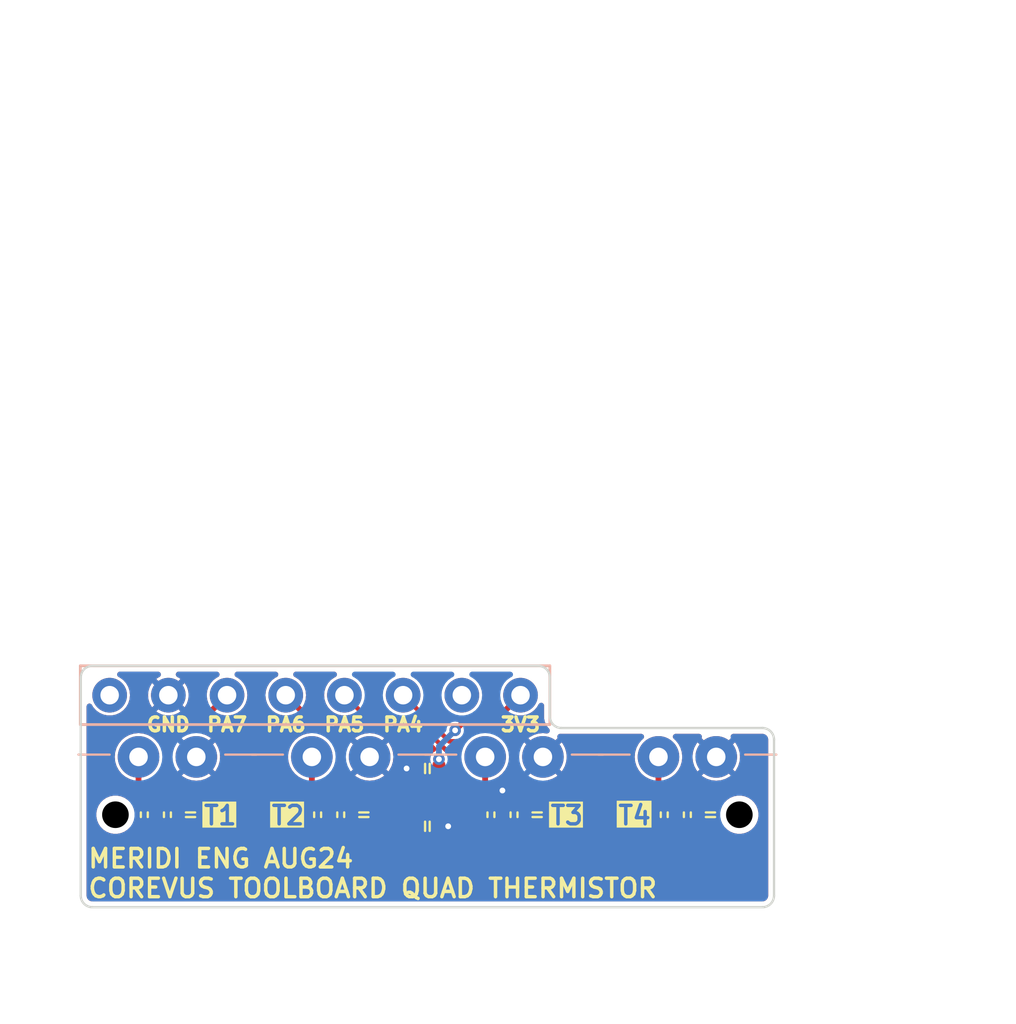
<source format=kicad_pcb>
(kicad_pcb (version 20240108) (generator "pcbnew") (generator_version "8.0")
  (layers (0 "F.Cu" signal) (31 "B.Cu" signal) (34 "B.Paste" user) (35 "F.Paste" user) (36 "B.SilkS" user "B.Silkscreen") (37 "F.SilkS" user "F.Silkscreen") (38 "B.Mask" user) (39 "F.Mask" user) (44 "Edge.Cuts" user))
  (net 0 "")
  (net 2 "GND")
  (net 3 "/T1")
  (net 5 "/T2")
  (net 6 "/T3")
  (net 7 "/T4")
  (net 8 "VDDA")
  (net 9 "+3.3V")
  (net 10 "/PA6")
  (net 11 "/PA7")
  (net 12 "/PA5")
  (net 13 "/PA4")
  (footprint "PCM_ME_passives:0402C" (layer "F.Cu") (at 8.75 9 90)
    (property "Reference" "C4" (hide yes))
    (property "Value" "100nF")
    (fp_line (start 0.1 0.2) (end 0.1 -0.2) (stroke (width 0.1)) (layer "F.SilkS"))
    (fp_line (start -0.1 0.2) (end -0.1 -0.2) (stroke (width 0.1)) (layer "F.SilkS"))
    (pad "1" smd roundrect (at -0.499999 0 90) (size 0.55 0.6) (layers "F.Cu" "F.Paste" "F.Mask") (roundrect_rratio 0.1818181818) (net 7 "/T4"))
    (pad "2" smd roundrect (at 0.499999 0 90) (size 0.55 0.6) (layers "F.Cu" "F.Paste" "F.Mask") (roundrect_rratio 0.1818181818) (net 2 "GND"))
  )
  (footprint "PCM_ME_passives:0402R" (layer "F.Cu") (at -15.75 9.000001 -90)
    (property "Reference" "R1" (hide yes))
    (property "Value" "4.7kΩ/0.1%")
    (fp_line (start 0.1 0.15) (end -0.1 0.15) (stroke (width 0.1)) (layer "F.SilkS"))
    (fp_line (start 0.1 -0.15) (end -0.1 -0.15) (stroke (width 0.1)) (layer "F.SilkS"))
    (pad "1" smd roundrect (at -0.499999 0 270) (size 0.55 0.6) (layers "F.Cu" "F.Paste" "F.Mask") (roundrect_rratio 0.1818181818) (net 3 "/T1"))
    (pad "2" smd roundrect (at 0.499999 0 270) (size 0.55 0.6) (layers "F.Cu" "F.Paste" "F.Mask") (roundrect_rratio 0.1818181818) (net 8 "VDDA"))
  )
  (footprint "PCM_ME_passives:0402R" (layer "F.Cu") (at -8.25 9 -90)
    (property "Reference" "R2" (hide yes))
    (property "Value" "4.7kΩ/0.1%")
    (fp_line (start 0.1 0.15) (end -0.1 0.15) (stroke (width 0.1)) (layer "F.SilkS"))
    (fp_line (start 0.1 -0.15) (end -0.1 -0.15) (stroke (width 0.1)) (layer "F.SilkS"))
    (pad "1" smd roundrect (at -0.499999 0 270) (size 0.55 0.6) (layers "F.Cu" "F.Paste" "F.Mask") (roundrect_rratio 0.1818181818) (net 5 "/T2"))
    (pad "2" smd roundrect (at 0.499999 0 270) (size 0.55 0.6) (layers "F.Cu" "F.Paste" "F.Mask") (roundrect_rratio 0.1818181818) (net 8 "VDDA"))
  )
  (footprint "PCM_ME_passives:0402C" (layer "F.Cu") (at 1.25 9 90)
    (property "Reference" "C3" (hide yes))
    (property "Value" "100nF")
    (fp_line (start 0.1 0.2) (end 0.1 -0.2) (stroke (width 0.1)) (layer "F.SilkS"))
    (fp_line (start -0.1 0.2) (end -0.1 -0.2) (stroke (width 0.1)) (layer "F.SilkS"))
    (pad "1" smd roundrect (at -0.499999 0 90) (size 0.55 0.6) (layers "F.Cu" "F.Paste" "F.Mask") (roundrect_rratio 0.1818181818) (net 6 "/T3"))
    (pad "2" smd roundrect (at 0.499999 0 90) (size 0.55 0.6) (layers "F.Cu" "F.Paste" "F.Mask") (roundrect_rratio 0.1818181818) (net 2 "GND"))
  )
  (footprint "corevus:ToolingHole" (layer "F.Cu") (at 10 9)
    (property "Reference" "H2" (hide yes))
    (property "Value" "ToolingHole")
    (pad "" np_thru_hole circle (at 0 0) (size 1.3 1.3) (drill 1.152) (layers "*.Mask"))
  )
  (footprint "PCM_ME_passives:0402C" (layer "F.Cu") (at -13.75 9.000001 90)
    (property "Reference" "C1" (hide yes))
    (property "Value" "100nF")
    (fp_line (start 0.1 0.2) (end 0.1 -0.2) (stroke (width 0.1)) (layer "F.SilkS"))
    (fp_line (start -0.1 0.2) (end -0.1 -0.2) (stroke (width 0.1)) (layer "F.SilkS"))
    (pad "1" smd roundrect (at -0.499999 0 90) (size 0.55 0.6) (layers "F.Cu" "F.Paste" "F.Mask") (roundrect_rratio 0.1818181818) (net 3 "/T1"))
    (pad "2" smd roundrect (at 0.499999 0 90) (size 0.55 0.6) (layers "F.Cu" "F.Paste" "F.Mask") (roundrect_rratio 0.1818181818) (net 2 "GND"))
  )
  (footprint "PCM_ME_passives:0402R" (layer "F.Cu") (at -7.25 9 90)
    (property "Reference" "R6" (hide yes))
    (property "Value" "10kΩ")
    (fp_line (start 0.1 -0.15) (end -0.1 -0.15) (stroke (width 0.1)) (layer "F.SilkS"))
    (fp_line (start 0.1 0.15) (end -0.1 0.15) (stroke (width 0.1)) (layer "F.SilkS"))
    (pad "1" smd roundrect (at -0.499999 0 90) (size 0.55 0.6) (layers "F.Cu" "F.Paste" "F.Mask") (roundrect_rratio 0.1818181818) (net 5 "/T2"))
    (pad "2" smd roundrect (at 0.499999 0 90) (size 0.55 0.6) (layers "F.Cu" "F.Paste" "F.Mask") (roundrect_rratio 0.1818181818) (net 10 "/PA6"))
  )
  (footprint "PCM_ME_passives:0402R" (layer "F.Cu") (at 6.75 9 -90)
    (property "Reference" "R4" (hide yes))
    (property "Value" "4.7kΩ/0.1%")
    (fp_line (start 0.1 0.15) (end -0.1 0.15) (stroke (width 0.1)) (layer "F.SilkS"))
    (fp_line (start 0.1 -0.15) (end -0.1 -0.15) (stroke (width 0.1)) (layer "F.SilkS"))
    (pad "1" smd roundrect (at -0.499999 0 270) (size 0.55 0.6) (layers "F.Cu" "F.Paste" "F.Mask") (roundrect_rratio 0.1818181818) (net 7 "/T4"))
    (pad "2" smd roundrect (at 0.499999 0 270) (size 0.55 0.6) (layers "F.Cu" "F.Paste" "F.Mask") (roundrect_rratio 0.1818181818) (net 8 "VDDA"))
  )
  (footprint "PCM_ME_passives:0402R" (layer "F.Cu") (at -14.75 9.000001 90)
    (property "Reference" "R5" (hide yes))
    (property "Value" "10kΩ")
    (fp_line (start 0.1 -0.15) (end -0.1 -0.15) (stroke (width 0.1)) (layer "F.SilkS"))
    (fp_line (start 0.1 0.15) (end -0.1 0.15) (stroke (width 0.1)) (layer "F.SilkS"))
    (pad "1" smd roundrect (at -0.499999 0 90) (size 0.55 0.6) (layers "F.Cu" "F.Paste" "F.Mask") (roundrect_rratio 0.1818181818) (net 3 "/T1"))
    (pad "2" smd roundrect (at 0.499999 0 90) (size 0.55 0.6) (layers "F.Cu" "F.Paste" "F.Mask") (roundrect_rratio 0.1818181818) (net 11 "/PA7"))
  )
  (footprint "PCM_ME_passives:0402R" (layer "F.Cu") (at 0.25 9 -90)
    (property "Reference" "R7" (hide yes))
    (property "Value" "10kΩ")
    (fp_line (start 0.1 0.15) (end -0.1 0.15) (stroke (width 0.1)) (layer "F.SilkS"))
    (fp_line (start 0.1 -0.15) (end -0.1 -0.15) (stroke (width 0.1)) (layer "F.SilkS"))
    (pad "1" smd roundrect (at -0.499999 0 270) (size 0.55 0.6) (layers "F.Cu" "F.Paste" "F.Mask") (roundrect_rratio 0.1818181818) (net 6 "/T3"))
    (pad "2" smd roundrect (at 0.499999 0 270) (size 0.55 0.6) (layers "F.Cu" "F.Paste" "F.Mask") (roundrect_rratio 0.1818181818) (net 12 "/PA5"))
  )
  (footprint "PCM_ME_passives:0402C" (layer "F.Cu") (at -3.5 7 180)
    (property "Reference" "C6" (hide yes))
    (property "Value" "1µF")
    (fp_line (start 0.1 0.2) (end 0.1 -0.2) (stroke (width 0.1)) (layer "F.SilkS"))
    (fp_line (start -0.1 0.2) (end -0.1 -0.2) (stroke (width 0.1)) (layer "F.SilkS"))
    (pad "1" smd roundrect (at -0.499999 0 180) (size 0.55 0.6) (layers "F.Cu" "F.Paste" "F.Mask") (roundrect_rratio 0.1818181818) (net 9 "+3.3V"))
    (pad "2" smd roundrect (at 0.499999 0 180) (size 0.55 0.6) (layers "F.Cu" "F.Paste" "F.Mask") (roundrect_rratio 0.1818181818) (net 2 "GND"))
  )
  (footprint "PCM_ME_passives:0402R" (layer "F.Cu") (at 7.75 9 -90)
    (property "Reference" "R8" (hide yes))
    (property "Value" "10kΩ")
    (fp_line (start 0.1 0.15) (end -0.1 0.15) (stroke (width 0.1)) (layer "F.SilkS"))
    (fp_line (start 0.1 -0.15) (end -0.1 -0.15) (stroke (width 0.1)) (layer "F.SilkS"))
    (pad "1" smd roundrect (at -0.499999 0 270) (size 0.55 0.6) (layers "F.Cu" "F.Paste" "F.Mask") (roundrect_rratio 0.1818181818) (net 7 "/T4"))
    (pad "2" smd roundrect (at 0.499999 0 270) (size 0.55 0.6) (layers "F.Cu" "F.Paste" "F.Mask") (roundrect_rratio 0.1818181818) (net 13 "/PA4"))
  )
  (footprint "PCM_ME_passives:0402C" (layer "F.Cu") (at -3.5 9.5)
    (property "Reference" "C5" (hide yes))
    (property "Value" "1µF")
    (fp_line (start -0.1 0.2) (end -0.1 -0.2) (stroke (width 0.1)) (layer "F.SilkS"))
    (fp_line (start 0.1 0.2) (end 0.1 -0.2) (stroke (width 0.1)) (layer "F.SilkS"))
    (pad "1" smd roundrect (at -0.5 0) (size 0.55 0.6) (layers "F.Cu" "F.Paste" "F.Mask") (roundrect_rratio 0.1818181818) (net 8 "VDDA"))
    (pad "2" smd roundrect (at 0.5 0) (size 0.55 0.6) (layers "F.Cu" "F.Paste" "F.Mask") (roundrect_rratio 0.1818181818) (net 2 "GND"))
  )
  (footprint "PCM_ME_passives:0402C" (layer "F.Cu") (at -6.25 9 90)
    (property "Reference" "C2" (hide yes))
    (property "Value" "100nF")
    (fp_line (start 0.1 0.2) (end 0.1 -0.2) (stroke (width 0.1)) (layer "F.SilkS"))
    (fp_line (start -0.1 0.2) (end -0.1 -0.2) (stroke (width 0.1)) (layer "F.SilkS"))
    (pad "1" smd roundrect (at -0.499999 0 90) (size 0.55 0.6) (layers "F.Cu" "F.Paste" "F.Mask") (roundrect_rratio 0.1818181818) (net 5 "/T2"))
    (pad "2" smd roundrect (at 0.499999 0 90) (size 0.55 0.6) (layers "F.Cu" "F.Paste" "F.Mask") (roundrect_rratio 0.1818181818) (net 2 "GND"))
  )
  (footprint "corevus:ToolingHole" (layer "F.Cu") (at -17 9)
    (property "Reference" "H1" (hide yes))
    (property "Value" "ToolingHole")
    (pad "" np_thru_hole circle (at 0 0) (size 1.3 1.3) (drill 1.152) (layers "*.Mask"))
  )
  (footprint "PCM_ME_passives:0402R" (layer "F.Cu") (at -0.75 9 -90)
    (property "Reference" "R3" (hide yes))
    (property "Value" "4.7kΩ/0.1%")
    (fp_line (start 0.1 0.15) (end -0.1 0.15) (stroke (width 0.1)) (layer "F.SilkS"))
    (fp_line (start 0.1 -0.15) (end -0.1 -0.15) (stroke (width 0.1)) (layer "F.SilkS"))
    (pad "1" smd roundrect (at -0.499999 0 270) (size 0.55 0.6) (layers "F.Cu" "F.Paste" "F.Mask") (roundrect_rratio 0.1818181818) (net 6 "/T3"))
    (pad "2" smd roundrect (at 0.499999 0 270) (size 0.55 0.6) (layers "F.Cu" "F.Paste" "F.Mask") (roundrect_rratio 0.1818181818) (net 8 "VDDA"))
  )
  (footprint "PCM_ME_passives:0603" (layer "F.Cu") (at -3.5 8.25)
    (property "Reference" "FB1" (hide yes))
    (property "Value" "GZ1608")
    (pad "1" smd roundrect (at -0.75 0) (size 0.9 1) (layers "F.Cu" "F.Paste" "F.Mask") (roundrect_rratio 0.1111111111) (net 8 "VDDA"))
    (pad "2" smd roundrect (at 0.75 0) (size 0.9 1) (layers "F.Cu" "F.Paste" "F.Mask") (roundrect_rratio 0.1111111111) (net 9 "+3.3V"))
  )
  (footprint "corevus:JST_XH_1x02-Side" (layer "B.Cu") (at 7.750001 6.5)
    (property "Reference" "J5" (hide yes))
    (property "Value" "XH 1x2P")
    (fp_line (start -2.5 -0.1) (end -3.85 -0.1) (stroke (width 0.1)) (layer "B.SilkS"))
    (fp_line (start 3.85 -0.1) (end 2.5 -0.1) (stroke (width 0.1)) (layer "B.SilkS"))
    (pad "1" thru_hole circle (at 1.249999 0) (size 1.8 1.8) (drill 0.8) (layers "*.Cu" "*.Mask") (net 2 "GND"))
    (pad "2" thru_hole circle (at -1.249999 0) (size 1.8 1.8) (drill 0.8) (layers "*.Cu" "*.Mask") (net 7 "/T4"))
  )
  (footprint "corevus:PinHeader_1x08_P2.54mm_Vertical" (layer "B.Cu") (at -17.25 3.83 -90)
    (property "Reference" "J1" (hide yes))
    (property "Value" "Conn_01x08_Pin")
    (fp_line (start 1.27 1.27) (end -1.27 1.27) (stroke (width 0.12)) (layer "B.SilkS"))
    (fp_line (start -1.27 -19.05) (end -1.27 1.27) (stroke (width 0.12)) (layer "B.SilkS"))
    (fp_line (start 1.27 -19.05) (end 1.27 1.27) (stroke (width 0.12)) (layer "B.SilkS"))
    (fp_line (start 1.27 -19.05) (end -1.27 -19.05) (stroke (width 0.12)) (layer "B.SilkS"))
    (pad "1" thru_hole circle (at 0 0 270) (size 1.5 1.5) (drill 0.8) (layers "*.Cu" "*.Mask"))
    (pad "2" thru_hole circle (at 0 -2.54 270) (size 1.5 1.5) (drill 0.8) (layers "*.Cu" "*.Mask") (net 2 "GND"))
    (pad "3" thru_hole circle (at 0 -5.079999 270) (size 1.5 1.5) (drill 0.8) (layers "*.Cu" "*.Mask") (net 11 "/PA7"))
    (pad "4" thru_hole circle (at 0 -7.62 270) (size 1.5 1.5) (drill 0.8) (layers "*.Cu" "*.Mask") (net 10 "/PA6"))
    (pad "5" thru_hole circle (at 0 -10.16 270) (size 1.5 1.5) (drill 0.8) (layers "*.Cu" "*.Mask") (net 12 "/PA5"))
    (pad "6" thru_hole circle (at 0 -12.7 270) (size 1.5 1.5) (drill 0.8) (layers "*.Cu" "*.Mask") (net 13 "/PA4"))
    (pad "7" thru_hole circle (at 0 -15.24 270) (size 1.5 1.5) (drill 0.8) (layers "*.Cu" "*.Mask"))
    (pad "8" thru_hole circle (at 0 -17.780001 270) (size 1.5 1.5) (drill 0.8) (layers "*.Cu" "*.Mask") (net 9 "+3.3V"))
  )
  (footprint "corevus:JST_XH_1x02-Side" (layer "B.Cu") (at -7.25 6.5)
    (property "Reference" "J3" (hide yes))
    (property "Value" "XH 1x2P")
    (fp_line (start -2.5 -0.1) (end -3.85 -0.1) (stroke (width 0.1)) (layer "B.SilkS"))
    (fp_line (start 3.85 -0.1) (end 2.5 -0.1) (stroke (width 0.1)) (layer "B.SilkS"))
    (pad "1" thru_hole circle (at 1.249999 0) (size 1.8 1.8) (drill 0.8) (layers "*.Cu" "*.Mask") (net 2 "GND"))
    (pad "2" thru_hole circle (at -1.249999 0) (size 1.8 1.8) (drill 0.8) (layers "*.Cu" "*.Mask") (net 5 "/T2"))
  )
  (footprint "corevus:JST_XH_1x02-Side" (layer "B.Cu") (at 0.25 6.5)
    (property "Reference" "J4" (hide yes))
    (property "Value" "XH 1x2P")
    (fp_line (start -2.5 -0.1) (end -3.85 -0.1) (stroke (width 0.1)) (layer "B.SilkS"))
    (fp_line (start 3.85 -0.1) (end 2.5 -0.1) (stroke (width 0.1)) (layer "B.SilkS"))
    (pad "1" thru_hole circle (at 1.249999 0) (size 1.8 1.8) (drill 0.8) (layers "*.Cu" "*.Mask") (net 2 "GND"))
    (pad "2" thru_hole circle (at -1.249999 0) (size 1.8 1.8) (drill 0.8) (layers "*.Cu" "*.Mask") (net 6 "/T3"))
  )
  (footprint "corevus:JST_XH_1x02-Side" (layer "B.Cu") (at -14.75 6.5)
    (property "Reference" "J2" (hide yes))
    (property "Value" "XH 1x2P")
    (fp_line (start -2.5 -0.1) (end -3.85 -0.1) (stroke (width 0.1)) (layer "B.SilkS"))
    (fp_line (start 3.85 -0.1) (end 2.5 -0.1) (stroke (width 0.1)) (layer "B.SilkS"))
    (pad "1" thru_hole circle (at 1.249999 0) (size 1.8 1.8) (drill 0.8) (layers "*.Cu" "*.Mask") (net 2 "GND"))
    (pad "2" thru_hole circle (at -1.249999 0) (size 1.8 1.8) (drill 0.8) (layers "*.Cu" "*.Mask") (net 3 "/T1"))
  )
  (gr_line (start -18.5 3.06) (end -18.5 12.5) (stroke (width 0.1)) (layer "Edge.Cuts"))
  (gr_line (start 2.3 5.25) (end 11 5.25) (stroke (width 0.1)) (layer "Edge.Cuts"))
  (gr_arc (start 1.3 2.56) (mid 1.653553 2.706447) (end 1.8 3.06) (stroke (width 0.1)) (layer "Edge.Cuts"))
  (gr_line (start 1.8 3.06) (end 1.8 4.75) (stroke (width 0.1)) (layer "Edge.Cuts"))
  (gr_arc (start -18.5 3.06) (mid -18.353553 2.706447) (end -18 2.56) (stroke (width 0.1)) (layer "Edge.Cuts"))
  (gr_arc (start 11 5.25) (mid 11.353553 5.396447) (end 11.5 5.75) (stroke (width 0.1)) (layer "Edge.Cuts"))
  (gr_line (start -18 2.56) (end 1.3 2.56) (stroke (width 0.1)) (layer "Edge.Cuts"))
  (gr_arc (start -18 13) (mid -18.353553 12.853553) (end -18.5 12.5) (stroke (width 0.1)) (layer "Edge.Cuts"))
  (gr_line (start 11.5 5.75) (end 11.5 12.5) (stroke (width 0.1)) (layer "Edge.Cuts"))
  (gr_line (start -18 13) (end 11 13) (stroke (width 0.1)) (layer "Edge.Cuts"))
  (gr_arc (start 2.3 5.25) (mid 1.946447 5.103553) (end 1.8 4.75) (stroke (width 0.1)) (layer "Edge.Cuts"))
  (gr_arc (start 11.5 12.5) (mid 11.353553 12.853553) (end 11 13) (stroke (width 0.1)) (layer "Edge.Cuts"))
  (gr_text "T4" (at 6.25 9.5 0) (layer "F.SilkS" knockout) (effects (font (size 0.8 0.8)) (justify right bottom)))
  (gr_text "T2" (at -8.75 9.5 0) (layer "F.SilkS" knockout) (effects (font (size 0.8 0.8)) (justify right bottom)))
  (gr_text "MERIDI ENG AUG24\nCOREVUS TOOLBOARD QUAD THERMISTOR" (at -18.25 12.65 0) (layer "F.SilkS") (effects (font (size 0.8 0.8)) (justify left bottom)))
  (gr_text "T3" (at 1.75 9.5 0) (layer "F.SilkS" knockout) (effects (font (size 0.8 0.8)) (justify left bottom)))
  (gr_text "PA4" (at -4.55 4.75 0) (layer "F.SilkS") (effects (font (size 0.6 0.6)) (justify top)))
  (gr_text "T1" (at -13.25 9.5 0) (layer "F.SilkS" knockout) (effects (font (size 0.8 0.8)) (justify left bottom)))
  (gr_text "PA6" (at -9.63 4.75 0) (layer "F.SilkS") (effects (font (size 0.6 0.6)) (justify top)))
  (gr_text "PA5" (at -7.09 4.75 0) (layer "F.SilkS") (effects (font (size 0.6 0.6)) (justify top)))
  (gr_text "3V3" (at 0.53 4.75 0) (layer "F.SilkS") (effects (font (size 0.6 0.6)) (justify top)))
  (gr_text "PA7" (at -12.17 4.75 0) (layer "F.SilkS") (effects (font (size 0.6 0.6)) (justify top)))
  (gr_text "GND" (at -14.71 4.75 0) (layer "F.SilkS") (effects (font (size 0.6 0.6)) (justify top)))
  (segment (start -3 9.5) (end -2.6 9.5) (width 0.25) (layer "F.Cu") (net 2))
  (segment (start -3.999999 7) (end -4.4 7) (width 0.25) (layer "F.Cu") (net 2))
  (segment (start 0.702635 7.952636) (end -0.253263 7.952636) (width 0.2) (layer "F.Cu") (net 2))
  (segment (start 1.25 8.500001) (end 0.702635 7.952636) (width 0.2) (layer "F.Cu") (net 2))
  (via (at -4.4 7) (size 0.5) (drill 0.25) (layers "F.Cu" "B.Cu") (net 2))
  (via (at -0.253263 7.952636) (size 0.5) (drill 0.25) (layers "F.Cu" "B.Cu") (net 2))
  (via (at -2.6 9.5) (size 0.5) (drill 0.25) (layers "F.Cu" "B.Cu") (net 2))
  (segment (start -15.999999 6.5) (end -15.999999 8.250003) (width 0.25) (layer "F.Cu") (net 3))
  (segment (start -15.999999 8.250003) (end -15.75 8.500002) (width 0.25) (layer "F.Cu") (net 3))
  (segment (start -14.75 9.5) (end -13.75 9.5) (width 0.25) (layer "F.Cu") (net 3))
  (segment (start -15.75 8.500002) (end -15.749998 8.500002) (width 0.25) (layer "F.Cu") (net 3))
  (segment (start -15.749998 8.500002) (end -14.75 9.5) (width 0.25) (layer "F.Cu") (net 3))
  (segment (start -8.249998 8.500001) (end -7.25 9.499999) (width 0.25) (layer "F.Cu") (net 5))
  (segment (start -7.25 9.499999) (end -6.25 9.499999) (width 0.25) (layer "F.Cu") (net 5))
  (segment (start -8.25 8.500001) (end -8.249998 8.500001) (width 0.25) (layer "F.Cu") (net 5))
  (segment (start -8.499999 8.250002) (end -8.25 8.500001) (width 0.25) (layer "F.Cu") (net 5))
  (segment (start -8.499999 6.5) (end -8.499999 8.250002) (width 0.25) (layer "F.Cu") (net 5))
  (segment (start 0.25 8.500001) (end 1.249998 9.499999) (width 0.25) (layer "F.Cu") (net 6))
  (segment (start -0.999999 8.250002) (end -0.75 8.500001) (width 0.25) (layer "F.Cu") (net 6))
  (segment (start -0.999999 6.5) (end -0.999999 8.250002) (width 0.25) (layer "F.Cu") (net 6))
  (segment (start 1.249998 9.499999) (end 1.25 9.499999) (width 0.25) (layer "F.Cu") (net 6))
  (segment (start -0.75 8.500001) (end 0.25 8.500001) (width 0.25) (layer "F.Cu") (net 6))
  (segment (start 6.500002 8.250003) (end 6.75 8.500001) (width 0.25) (layer "F.Cu") (net 7))
  (segment (start 6.75 8.500001) (end 7.75 8.500001) (width 0.25) (layer "F.Cu") (net 7))
  (segment (start 6.500002 6.5) (end 6.500002 8.250003) (width 0.25) (layer "F.Cu") (net 7))
  (segment (start 7.750002 8.500001) (end 8.75 9.499999) (width 0.25) (layer "F.Cu") (net 7))
  (segment (start 7.75 8.500001) (end 7.750002 8.500001) (width 0.25) (layer "F.Cu") (net 7))
  (segment (start -4 8.5) (end -4.25 8.25) (width 0.25) (layer "F.Cu") (net 8))
  (segment (start -15.225 10.025) (end -8.775001 10.025) (width 0.25) (layer "F.Cu") (net 8))
  (segment (start -15.75 9.5) (end -15.225 10.025) (width 0.25) (layer "F.Cu") (net 8))
  (segment (start -1.300001 10.05) (end -0.75 9.499999) (width 0.25) (layer "F.Cu") (net 8))
  (segment (start -8.775001 10.025) (end -8.25 9.499999) (width 0.25) (layer "F.Cu") (net 8))
  (segment (start -4.524999 10.024999) (end -4 9.5) (width 0.25) (layer "F.Cu") (net 8))
  (segment (start -7.725 10.024999) (end -4.524999 10.024999) (width 0.25) (layer "F.Cu") (net 8))
  (segment (start -8.25 9.499999) (end -7.725 10.024999) (width 0.25) (layer "F.Cu") (net 8))
  (segment (start -4 9.5) (end -3.45 10.05) (width 0.25) (layer "F.Cu") (net 8))
  (segment (start -0.75 9.499999) (end -0.225 10.024999) (width 0.25) (layer "F.Cu") (net 8))
  (segment (start 6.225 10.024999) (end 6.75 9.499999) (width 0.25) (layer "F.Cu") (net 8))
  (segment (start -4 9.5) (end -4 8.5) (width 0.25) (layer "F.Cu") (net 8))
  (segment (start -3.45 10.05) (end -1.300001 10.05) (width 0.25) (layer "F.Cu") (net 8))
  (segment (start -0.225 10.024999) (end 6.225 10.024999) (width 0.25) (layer "F.Cu") (net 8))
  (segment (start -3.000001 7.999999) (end -2.75 8.25) (width 0.25) (layer "F.Cu") (net 9))
  (segment (start -1.85 4.9) (end -0.539999 4.9) (width 0.25) (layer "F.Cu") (net 9))
  (segment (start -3.000001 6.600001) (end -3.000001 7) (width 0.25) (layer "F.Cu") (net 9))
  (segment (start -0.539999 4.9) (end 0.530001 3.83) (width 0.25) (layer "F.Cu") (net 9))
  (segment (start -2.3 5.35) (end -1.85 4.9) (width 0.25) (layer "F.Cu") (net 9))
  (segment (start -3 6.6) (end -3.000001 6.600001) (width 0.25) (layer "F.Cu") (net 9))
  (segment (start -3.000001 7) (end -3.000001 7.999999) (width 0.25) (layer "F.Cu") (net 9))
  (via (at -2.3 5.35) (size 0.5) (drill 0.25) (layers "F.Cu" "B.Cu") (net 9))
  (via (at -3 6.6) (size 0.5) (drill 0.25) (layers "F.Cu" "B.Cu") (net 9))
  (segment (start -3 6.05) (end -2.3 5.35) (width 0.25) (layer "B.Cu") (net 9))
  (segment (start -3 6.6) (end -3 6.05) (width 0.25) (layer "B.Cu") (net 9))
  (segment (start -7.95 5.25) (end -8.211826 5.25) (width 0.25) (layer "F.Cu") (net 10))
  (segment (start -9.63 3.831826) (end -9.63 3.83) (width 0.25) (layer "F.Cu") (net 10))
  (segment (start -7.25 8.500001) (end -7.25 5.95) (width 0.25) (layer "F.Cu") (net 10))
  (segment (start -8.211826 5.25) (end -9.63 3.831826) (width 0.25) (layer "F.Cu") (net 10))
  (segment (start -7.25 5.95) (end -7.95 5.25) (width 0.25) (layer "F.Cu") (net 10))
  (segment (start -14.05 5.25) (end -13.590001 5.25) (width 0.25) (layer "F.Cu") (net 11))
  (segment (start -14.75 5.95) (end -14.05 5.25) (width 0.25) (layer "F.Cu") (net 11))
  (segment (start -13.590001 5.25) (end -12.170001 3.83) (width 0.25) (layer "F.Cu") (net 11))
  (segment (start -14.75 8.500002) (end -14.75 5.95) (width 0.25) (layer "F.Cu") (net 11))
  (segment (start -5.97 4.95) (end -3.95 4.95) (width 0.2) (layer "F.Cu") (net 12))
  (segment (start -1.35 8.25) (end -1.35 8.8) (width 0.2) (layer "F.Cu") (net 12))
  (segment (start -2.4 6.5) (end -2.4 7.2) (width 0.2) (layer "F.Cu") (net 12))
  (segment (start -2.4 7.2) (end -1.35 8.25) (width 0.2) (layer "F.Cu") (net 12))
  (segment (start -1.150001 8.999999) (end -0.25 8.999999) (width 0.2) (layer "F.Cu") (net 12))
  (segment (start -3.95 4.95) (end -2.4 6.5) (width 0.2) (layer "F.Cu") (net 12))
  (segment (start -0.25 8.999999) (end 0.25 9.499999) (width 0.2) (layer "F.Cu") (net 12))
  (segment (start -7.09 3.83) (end -5.97 4.95) (width 0.2) (layer "F.Cu") (net 12))
  (segment (start -1.35 8.8) (end -1.150001 8.999999) (width 0.2) (layer "F.Cu") (net 12))
  (segment (start -2.075 5.825) (end -2.555 5.825) (width 0.2) (layer "F.Cu") (net 13))
  (segment (start 1.55 7.95) (end 1.175 7.95) (width 0.2) (layer "F.Cu") (net 13))
  (segment (start 5.75 9.65) (end 2 9.65) (width 0.2) (layer "F.Cu") (net 13))
  (segment (start 1.8 9.45) (end 1.8 8.2) (width 0.2) (layer "F.Cu") (net 13))
  (segment (start 1.175 7.95) (end 0.25 7.025) (width 0.2) (layer "F.Cu") (net 13))
  (segment (start -2.555 5.825) (end -4.55 3.83) (width 0.2) (layer "F.Cu") (net 13))
  (segment (start -1.5 5.25) (end -2.075 5.825) (width 0.2) (layer "F.Cu") (net 13))
  (segment (start 7.25 8.999999) (end 6.400001 8.999999) (width 0.2) (layer "F.Cu") (net 13))
  (segment (start 7.75 9.499999) (end 7.25 8.999999) (width 0.2) (layer "F.Cu") (net 13))
  (segment (start 2 9.65) (end 1.8 9.45) (width 0.2) (layer "F.Cu") (net 13))
  (segment (start 6.400001 8.999999) (end 5.75 9.65) (width 0.2) (layer "F.Cu") (net 13))
  (segment (start 0.25 7.025) (end 0.25 5.954504) (width 0.2) (layer "F.Cu") (net 13))
  (segment (start 1.8 8.2) (end 1.55 7.95) (width 0.2) (layer "F.Cu") (net 13))
  (segment (start 0.25 5.954504) (end -0.454504 5.25) (width 0.2) (layer "F.Cu") (net 13))
  (segment (start -0.454504 5.25) (end -1.5 5.25) (width 0.2) (layer "F.Cu") (net 13))
  (zone (net 2) (net_name "GND") (layers "F&B.Cu") (connect_pads (clearance 0.125)) (min_thickness 0.25) (fill yes (thermal_gap 0.125) (thermal_bridge_width 0.25))
    (polygon (pts (xy 11.5 2.5) (xy 11.5 13.5) (xy -18.5 13.5) (xy -18.5 2.5)))
  )
)
</source>
